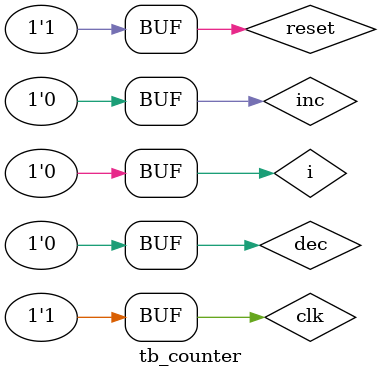
<source format=v>
`timescale 1ns / 1ps


module tb_counter();
    reg inc;
    reg dec;
    reg clk;
    reg reset;
    reg i;
    wire [7:0] out;
    
    counter UT(inc, dec, clk, reset, out);
    
    initial begin
        inc = 1;
        dec = 0;
        clk = 0;
        reset = 0;
        i = 0;
        #1;
        clk = clk+1;
        #1;
        clk = clk+1;
        #1;
        clk = clk+1;
        #1;
        inc = 0;
        dec = 1;
        #1;
        clk = clk+1;
        #1;
        clk = clk+1;
        #1;
        clk = clk+1;
        #1;
        dec = 0;
        reset = 1;
        #1;
        clk = clk+1;
                                
    end

endmodule

</source>
